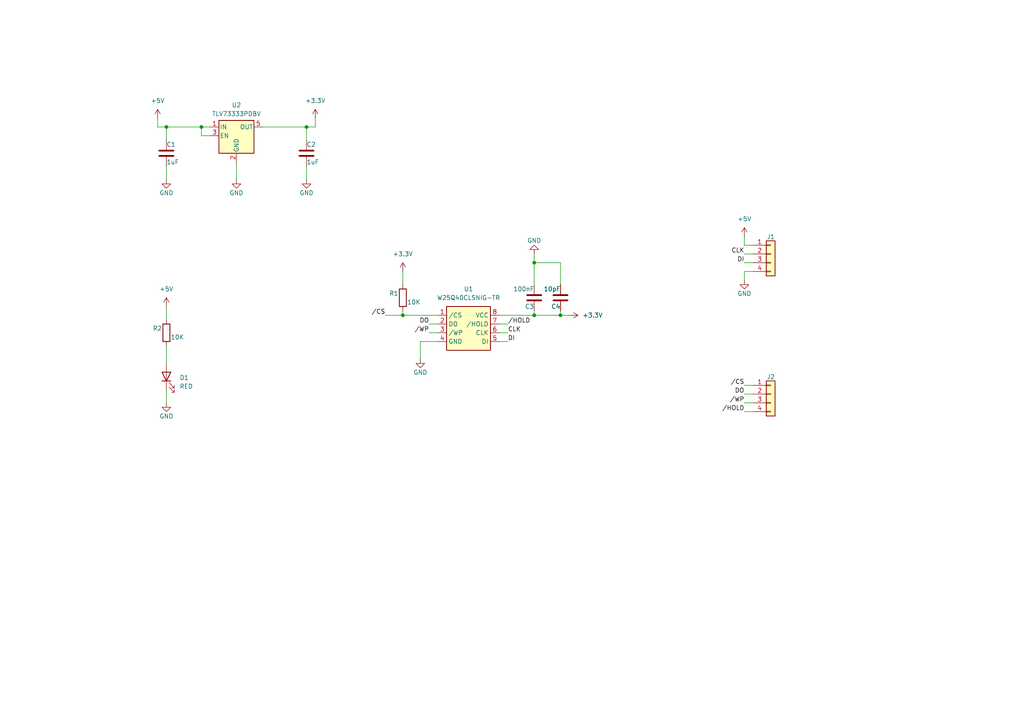
<source format=kicad_sch>
(kicad_sch (version 20231120) (generator "eeschema") (generator_version "8.0")
  (paper "A4")
  (title_block (company "Hamza BÜLKÜ") (comment 1 "BOARDOZA"))
  (lib_symbols
    (symbol "Connector_Generic:Conn_01x04" (pin_names (offset 1.016) hide)
      (property "Reference" "J" (at 0 5.08 0))
      (property "Value" "Conn_01x04" (at 0 -7.62 0))
      (symbol "Conn_01x04_1_1"
        (rectangle (start -1.27 -4.953) (end 0 -5.207) (stroke (width 0.1524)))
        (rectangle (start -1.27 -2.413) (end 0 -2.667) (stroke (width 0.1524)))
        (rectangle (start -1.27 0.127) (end 0 -0.127) (stroke (width 0.1524)))
        (rectangle (start -1.27 2.667) (end 0 2.413) (stroke (width 0.1524)))
        (rectangle (start -1.27 3.81) (end 1.27 -6.35) (stroke (width 0.254)) (fill (type background)))
        (pin passive line (at -5.08 2.54 0) (length 3.81) (name "Pin_1") (number "1"))
        (pin passive line (at -5.08 0 0) (length 3.81) (name "Pin_2") (number "2"))
        (pin passive line (at -5.08 -2.54 0) (length 3.81) (name "Pin_3") (number "3"))
        (pin passive line (at -5.08 -5.08 0) (length 3.81) (name "Pin_4") (number "4"))
      )
    )
    (symbol "Device:C" (pin_numbers hide) (pin_names (offset 0.254))
      (property "Reference" "C" (at 0.635 2.54 0))
      (property "Value" "C" (at 0.635 -2.54 0))
      (symbol "C_0_1"
        (polyline (pts (xy -2.032 -0.762) (xy 2.032 -0.762)) (stroke (width 0.508)))
        (polyline (pts (xy -2.032 0.762) (xy 2.032 0.762)) (stroke (width 0.508)))
      )
      (symbol "C_1_1"
        (pin passive line (at 0 3.81 270) (length 2.794) (name "~") (number "1"))
        (pin passive line (at 0 -3.81 90) (length 2.794) (name "~") (number "2"))
      )
    )
    (symbol "Device:LED" (pin_numbers hide) (pin_names (offset 1.016) hide)
      (property "Reference" "D" (at 0 2.54 0))
      (property "Value" "LED" (at 0 -2.54 0))
      (symbol "LED_0_1"
        (polyline (pts (xy -1.27 -1.27) (xy -1.27 1.27)) (stroke (width 0.254)))
        (polyline (pts (xy -1.27 0) (xy 1.27 0)))
        (polyline (pts (xy 1.27 -1.27) (xy 1.27 1.27) (xy -1.27 0) (xy 1.27 -1.27)) (stroke (width 0.254)))
        (polyline (pts (xy -3.048 -0.762) (xy -4.572 -2.286) (xy -3.81 -2.286) (xy -4.572 -2.286) (xy -4.572 -1.524)))
        (polyline (pts (xy -1.778 -0.762) (xy -3.302 -2.286) (xy -2.54 -2.286) (xy -3.302 -2.286) (xy -3.302 -1.524)))
      )
      (symbol "LED_1_1"
        (pin passive line (at -3.81 0 0) (length 2.54) (name "K") (number "1"))
        (pin passive line (at 3.81 0 180) (length 2.54) (name "A") (number "2"))
      )
    )
    (symbol "Device:R" (pin_numbers hide) (pin_names (offset 0))
      (property "Reference" "R" (at 2.032 0 90))
      (property "Value" "R" (at 0 0 90))
      (symbol "R_0_1"
        (rectangle (start -1.016 -2.54) (end 1.016 2.54) (stroke (width 0.254)))
      )
      (symbol "R_1_1"
        (pin passive line (at 0 3.81 270) (length 1.27) (name "~") (number "1"))
        (pin passive line (at 0 -3.81 90) (length 1.27) (name "~") (number "2"))
      )
    )
    (symbol "Driver_FET:HIP2100_SOIC"
      (property "Reference" "U?" (at 1.27 14.224 0))
      (property "Value" "HIP2100_SOIC" (at 1.27 11.684 0))
      (symbol "HIP2100_SOIC_0_1"
        (rectangle (start -5.08 10.16) (end 7.62 -2.54) (stroke (width 0.254)) (fill (type background)))
      )
      (symbol "HIP2100_SOIC_1_1"
        (pin power_in line (at -7.62 7.62 0) (length 2.54) (name "/CS") (number "1"))
        (pin passive line (at -7.62 5.08 0) (length 2.54) (name "DO") (number "2"))
        (pin output line (at -7.62 2.54 0) (length 2.54) (name "/WP") (number "3"))
        (pin passive line (at -7.62 0 0) (length 2.54) (name "GND") (number "4"))
        (pin input line (at 10.16 0 180) (length 2.54) (name "DI") (number "5"))
        (pin input line (at 10.16 2.54 180) (length 2.54) (name "CLK") (number "6"))
        (pin power_in line (at 10.16 5.08 180) (length 2.54) (name "/HOLD") (number "7"))
        (pin output line (at 10.16 7.62 180) (length 2.54) (name "VCC") (number "8"))
      )
    )
    (symbol "Regulator_Linear:TLV73333PDBV" (pin_names (offset 0.254))
      (property "Reference" "U" (at -3.81 5.715 0))
      (property "Value" "TLV73333PDBV" (at 0 5.715 0))
      (symbol "TLV73333PDBV_0_1"
        (rectangle (start -5.08 4.445) (end 5.08 -5.08) (stroke (width 0.254)) (fill (type background)))
      )
      (symbol "TLV73333PDBV_1_1"
        (pin power_in line (at -7.62 2.54 0) (length 2.54) (name "IN") (number "1"))
        (pin power_in line (at 0 -7.62 90) (length 2.54) (name "GND") (number "2"))
        (pin input line (at -7.62 0 0) (length 2.54) (name "EN") (number "3"))
        (pin no_connect line (at 5.08 0 180) (length 2.54) hide (name "NC") (number "4"))
        (pin power_out line (at 7.62 2.54 180) (length 2.54) (name "OUT") (number "5"))
      )
    )
    (symbol "power:+3.3V" (power) (pin_numbers hide) (pin_names (offset 0) hide)
      (property "Value" "+3.3V" (at 0 3.556 0))
      (symbol "+3.3V_0_1"
        (polyline (pts (xy -0.762 1.27) (xy 0 2.54)))
        (polyline (pts (xy 0 0) (xy 0 2.54)))
        (polyline (pts (xy 0 2.54) (xy 0.762 1.27)))
      )
      (symbol "+3.3V_1_1"
        (pin power_in line (at 0 0 90) (length 0) (name "~") (number "1"))
      )
    )
    (symbol "power:+5V" (power) (pin_numbers hide) (pin_names (offset 0) hide)
      (property "Value" "+5V" (at 0 3.556 0))
      (symbol "+5V_0_1"
        (polyline (pts (xy -0.762 1.27) (xy 0 2.54)))
        (polyline (pts (xy 0 0) (xy 0 2.54)))
        (polyline (pts (xy 0 2.54) (xy 0.762 1.27)))
      )
      (symbol "+5V_1_1"
        (pin power_in line (at 0 0 90) (length 0) (name "~") (number "1"))
      )
    )
    (symbol "power:GND" (power) (pin_numbers hide) (pin_names (offset 0) hide)
      (property "Value" "GND" (at 0 -3.81 0))
      (symbol "GND_0_1"
        (polyline (pts (xy 0 0) (xy 0 -1.27) (xy 1.27 -1.27) (xy 0 -2.54) (xy -1.27 -1.27) (xy 0 -1.27)))
      )
      (symbol "GND_1_1"
        (pin power_in line (at 0 0 270) (length 0) (name "~") (number "1"))
      )
    )
  )
  (junction (at 88.9 36.83))
  (junction (at 116.84 91.44))
  (junction (at 154.94 76.2))
  (junction (at 162.56 91.44))
  (junction (at 154.94 91.44))
  (junction (at 48.26 36.83))
  (junction (at 58.42 36.83))
  (wire (pts (xy 88.9 52.07) (xy 88.9 48.26)))
  (wire (pts (xy 121.92 104.14) (xy 121.92 99.06)))
  (wire (pts (xy 124.46 96.52) (xy 127 96.52)))
  (wire (pts (xy 88.9 36.83) (xy 88.9 40.64)))
  (wire (pts (xy 215.9 81.28) (xy 215.9 78.74)))
  (wire (pts (xy 215.9 116.84) (xy 218.44 116.84)))
  (wire (pts (xy 48.26 52.07) (xy 48.26 48.26)))
  (wire (pts (xy 91.44 36.83) (xy 88.9 36.83)))
  (wire (pts (xy 215.9 73.66) (xy 218.44 73.66)))
  (wire (pts (xy 58.42 36.83) (xy 48.26 36.83)))
  (wire (pts (xy 58.42 39.37) (xy 58.42 36.83)))
  (wire (pts (xy 111.76 91.44) (xy 116.84 91.44)))
  (wire (pts (xy 154.94 73.66) (xy 154.94 76.2)))
  (wire (pts (xy 48.26 116.84) (xy 48.26 113.03)))
  (wire (pts (xy 91.44 34.29) (xy 91.44 36.83)))
  (wire (pts (xy 124.46 93.98) (xy 127 93.98)))
  (wire (pts (xy 45.72 34.29) (xy 45.72 36.83)))
  (wire (pts (xy 165.1 91.44) (xy 162.56 91.44)))
  (wire (pts (xy 147.32 99.06) (xy 144.78 99.06)))
  (wire (pts (xy 60.96 36.83) (xy 58.42 36.83)))
  (wire (pts (xy 215.9 114.3) (xy 218.44 114.3)))
  (wire (pts (xy 154.94 90.17) (xy 154.94 91.44)))
  (wire (pts (xy 215.9 78.74) (xy 218.44 78.74)))
  (wire (pts (xy 162.56 76.2) (xy 154.94 76.2)))
  (wire (pts (xy 48.26 88.9) (xy 48.26 92.71)))
  (wire (pts (xy 215.9 119.38) (xy 218.44 119.38)))
  (wire (pts (xy 116.84 78.74) (xy 116.84 82.55)))
  (wire (pts (xy 144.78 91.44) (xy 154.94 91.44)))
  (wire (pts (xy 48.26 36.83) (xy 48.26 40.64)))
  (wire (pts (xy 162.56 82.55) (xy 162.56 76.2)))
  (wire (pts (xy 147.32 96.52) (xy 144.78 96.52)))
  (wire (pts (xy 48.26 100.33) (xy 48.26 105.41)))
  (wire (pts (xy 116.84 91.44) (xy 127 91.44)))
  (wire (pts (xy 68.58 52.07) (xy 68.58 46.99)))
  (wire (pts (xy 154.94 76.2) (xy 154.94 82.55)))
  (wire (pts (xy 121.92 99.06) (xy 127 99.06)))
  (wire (pts (xy 215.9 76.2) (xy 218.44 76.2)))
  (wire (pts (xy 147.32 93.98) (xy 144.78 93.98)))
  (wire (pts (xy 116.84 90.17) (xy 116.84 91.44)))
  (wire (pts (xy 60.96 39.37) (xy 58.42 39.37)))
  (wire (pts (xy 215.9 111.76) (xy 218.44 111.76)))
  (wire (pts (xy 76.2 36.83) (xy 88.9 36.83)))
  (wire (pts (xy 215.9 68.58) (xy 215.9 71.12)))
  (wire (pts (xy 215.9 71.12) (xy 218.44 71.12)))
  (wire (pts (xy 154.94 91.44) (xy 162.56 91.44)))
  (wire (pts (xy 45.72 36.83) (xy 48.26 36.83)))
  (wire (pts (xy 162.56 91.44) (xy 162.56 90.17)))
  (label "{slash}CS" (at 111.76 91.44 180))
  (label "{slash}WP" (at 124.46 96.52 180))
  (label "DO" (at 124.46 93.98 180))
  (label "CLK" (at 147.32 96.52 0))
  (label "DI" (at 215.9 76.2 180))
  (label "DI" (at 147.32 99.06 0))
  (label "CLK" (at 215.9 73.66 180))
  (label "{slash}HOLD" (at 147.32 93.98 0))
  (label "DO" (at 215.9 114.3 180))
  (label "{slash}WP" (at 215.9 116.84 180))
  (label "{slash}CS" (at 215.9 111.76 180))
  (label "{slash}HOLD" (at 215.9 119.38 180))
  (symbol (lib_id "Driver_FET:HIP2100_SOIC") (at 134.62 99.06 0) (unit 1)
    (property "Reference" "U1" (at 135.89 83.82 0))
    (property "Value" "W25Q40CLSNIG-TR" (at 135.89 86.36 0))
    (property "Footprint" "Package_SO:SOIC-8_3.9x4.9mm_P1.27mm" (effects (hide yes)))
    (property "Datasheet" "http://www.intersil.com/content/dam/Intersil/documents/hip2/hip2100.pdf" (effects (hide yes)))
    (property "Description" "High Frequency Half Bridge Driver, Output Current 2.0A, 100V, SOIC-8" (effects (hide yes)))
  )
  (symbol (lib_id "Connector_Generic:Conn_01x04") (at 223.52 114.3 0) (unit 1)
    (property "Reference" "J2" (at 222.3721 109.3399 0) (effects (justify left)))
    (property "Value" "Conn_01x04" (effects (hide yes)))
    (property "Footprint" "ConnectorsBoardoza:2317-04S_1x04_P2.50mm_Vertical" (effects (hide yes)))
    (property "Description" "Generic connector, single row, 01x04, script generated (kicad-library-utils/schlib/autogen/connector/)" (effects (hide yes)))
  )
  (symbol (lib_id "Device:C") (at 154.94 86.36 180) (unit 1)
    (property "Reference" "C3" (at 154.94 88.9 0) (effects (justify left)))
    (property "Value" "100nF" (at 154.94 83.82 0) (effects (justify left)))
    (property "Footprint" "Capacitor_SMD:C_0603_1608Metric" (effects (hide yes)))
    (property "Description" "Unpolarized capacitor" (effects (hide yes)))
  )
  (symbol (lib_id "power:+5V") (at 45.72 34.29 0) (unit 1)
    (property "Reference" "#PWR04" (effects (hide yes)))
    (property "Value" "+5V" (at 45.72 29.21 0))
    (property "Description" "Power symbol creates a global label with name \"+5V\"" (effects (hide yes)))
  )
  (symbol (lib_id "power:+3.3V") (at 116.84 78.74 0) (unit 1)
    (property "Reference" "#PWR011" (effects (hide yes)))
    (property "Value" "+3.3V" (at 116.84 73.66 0))
    (property "Description" "Power symbol creates a global label with name \"+3.3V\"" (effects (hide yes)))
  )
  (symbol (lib_id "Device:C") (at 48.26 44.45 0) (unit 1)
    (property "Reference" "C1" (at 48.26 41.91 0) (effects (justify left)))
    (property "Value" "1uF" (at 48.26 46.99 0) (effects (justify left)))
    (property "Footprint" "Capacitor_SMD:C_0603_1608Metric" (effects (hide yes)))
    (property "Description" "Unpolarized capacitor" (effects (hide yes)))
  )
  (symbol (lib_id "Connector_Generic:Conn_01x04") (at 223.52 73.66 0) (unit 1)
    (property "Reference" "J1" (at 222.3721 68.6999 0) (effects (justify left)))
    (property "Value" "Conn_01x04" (effects (hide yes)))
    (property "Footprint" "ConnectorsBoardoza:2317-04S_1x04_P2.50mm_Vertical" (effects (hide yes)))
    (property "Description" "Generic connector, single row, 01x04, script generated (kicad-library-utils/schlib/autogen/connector/)" (effects (hide yes)))
  )
  (symbol (lib_id "power:+5V") (at 215.9 68.58 0) (unit 1)
    (property "Reference" "#PWR09" (effects (hide yes)))
    (property "Value" "+5V" (at 215.9 63.5 0))
    (property "Description" "Power symbol creates a global label with name \"+5V\"" (effects (hide yes)))
  )
  (symbol (lib_id "power:GND") (at 88.9 52.07 0) (unit 1)
    (property "Reference" "#PWR03" (effects (hide yes)))
    (property "Value" "GND" (at 88.9011 55.9539 0))
    (property "Description" "Power symbol creates a global label with name \"GND\" , ground" (effects (hide yes)))
  )
  (symbol (lib_id "Device:C") (at 88.9 44.45 0) (unit 1)
    (property "Reference" "C2" (at 88.9 41.91 0) (effects (justify left)))
    (property "Value" "1uF" (at 88.9 46.99 0) (effects (justify left)))
    (property "Footprint" "Capacitor_SMD:C_0603_1608Metric" (effects (hide yes)))
    (property "Description" "Unpolarized capacitor" (effects (hide yes)))
  )
  (symbol (lib_id "power:GND") (at 154.94 73.66 180) (unit 1)
    (property "Reference" "#PWR06" (effects (hide yes)))
    (property "Value" "GND" (at 154.9389 69.7761 0))
    (property "Description" "Power symbol creates a global label with name \"GND\" , ground" (effects (hide yes)))
  )
  (symbol (lib_id "power:GND") (at 215.9 81.28 0) (unit 1)
    (property "Reference" "#PWR010" (effects (hide yes)))
    (property "Value" "GND" (at 215.9011 85.1639 0))
    (property "Description" "Power symbol creates a global label with name \"GND\" , ground" (effects (hide yes)))
  )
  (symbol (lib_id "Device:LED") (at 48.26 109.22 90) (unit 1)
    (property "Reference" "D1" (at 52.07 109.5374 90) (effects (justify right)))
    (property "Value" "RED" (at 52.07 112.0774 90) (effects (justify right)))
    (property "Footprint" "LED_SMD:LED_0603_1608Metric" (effects (hide yes)))
    (property "Description" "Light emitting diode" (effects (hide yes)))
  )
  (symbol (lib_id "power:GND") (at 68.58 52.07 0) (unit 1)
    (property "Reference" "#PWR01" (effects (hide yes)))
    (property "Value" "GND" (at 68.5811 55.9539 0))
    (property "Description" "Power symbol creates a global label with name \"GND\" , ground" (effects (hide yes)))
  )
  (symbol (lib_id "power:+3.3V") (at 91.44 34.29 0) (unit 1)
    (property "Reference" "#PWR05" (effects (hide yes)))
    (property "Value" "+3.3V" (at 91.44 29.21 0))
    (property "Description" "Power symbol creates a global label with name \"+3.3V\"" (effects (hide yes)))
  )
  (symbol (lib_id "power:GND") (at 121.92 104.14 0) (unit 1)
    (property "Reference" "#PWR07" (effects (hide yes)))
    (property "Value" "GND" (at 121.9211 108.0239 0))
    (property "Description" "Power symbol creates a global label with name \"GND\" , ground" (effects (hide yes)))
  )
  (symbol (lib_id "Device:C") (at 162.56 86.36 180) (unit 1)
    (property "Reference" "C4" (at 162.56 88.9 0) (effects (justify left)))
    (property "Value" "10pF" (at 162.56 83.82 0) (effects (justify left)))
    (property "Footprint" "Capacitor_SMD:C_0603_1608Metric" (effects (hide yes)))
    (property "Description" "Unpolarized capacitor" (effects (hide yes)))
  )
  (symbol (lib_id "power:GND") (at 48.26 52.07 0) (unit 1)
    (property "Reference" "#PWR02" (effects (hide yes)))
    (property "Value" "GND" (at 48.2611 55.9539 0))
    (property "Description" "Power symbol creates a global label with name \"GND\" , ground" (effects (hide yes)))
  )
  (symbol (lib_id "power:GND") (at 48.26 116.84 0) (unit 1)
    (property "Reference" "#PWR013" (effects (hide yes)))
    (property "Value" "GND" (at 48.2611 120.7239 0))
    (property "Description" "Power symbol creates a global label with name \"GND\" , ground" (effects (hide yes)))
  )
  (symbol (lib_id "Device:R") (at 48.26 96.52 0) (unit 1)
    (property "Reference" "R2" (at 44.2827 95.2561 0) (effects (justify left)))
    (property "Value" "10K" (at 49.4866 97.8003 0) (effects (justify left)))
    (property "Footprint" "Resistor_SMD:R_0603_1608Metric" (effects (hide yes)))
    (property "Description" "Resistor" (effects (hide yes)))
  )
  (symbol (lib_id "power:+5V") (at 48.26 88.9 0) (unit 1)
    (property "Reference" "#PWR012" (effects (hide yes)))
    (property "Value" "+5V" (at 48.26 83.82 0))
    (property "Description" "Power symbol creates a global label with name \"+5V\"" (effects (hide yes)))
  )
  (symbol (lib_id "Regulator_Linear:TLV73333PDBV") (at 68.58 39.37 0) (unit 1)
    (property "Reference" "U2" (at 68.58 30.48 0))
    (property "Value" "TLV73333PDBV" (at 68.58 33.02 0))
    (property "Footprint" "Package_TO_SOT_SMD:SOT-23-5" (effects (hide yes)))
    (property "Datasheet" "http://www.ti.com/lit/ds/symlink/tlv733p.pdf" (effects (hide yes)))
    (property "Description" "300mA Capacitor-Free Low Dropout Voltage Regulator, Fixed Output 3.3V, SOT-23-5" (effects (hide yes)))
  )
  (symbol (lib_id "power:+3.3V") (at 165.1 91.44 270) (unit 1)
    (property "Reference" "#PWR08" (effects (hide yes)))
    (property "Value" "+3.3V" (at 168.91 91.4399 90) (effects (justify left)))
    (property "Description" "Power symbol creates a global label with name \"+3.3V\"" (effects (hide yes)))
  )
  (symbol (lib_id "Device:R") (at 116.84 86.36 0) (unit 1)
    (property "Reference" "R1" (at 112.8627 85.0961 0) (effects (justify left)))
    (property "Value" "10K" (at 118.0666 87.6403 0) (effects (justify left)))
    (property "Footprint" "Resistor_SMD:R_0603_1608Metric" (effects (hide yes)))
    (property "Description" "Resistor" (effects (hide yes)))
  )
)
</source>
